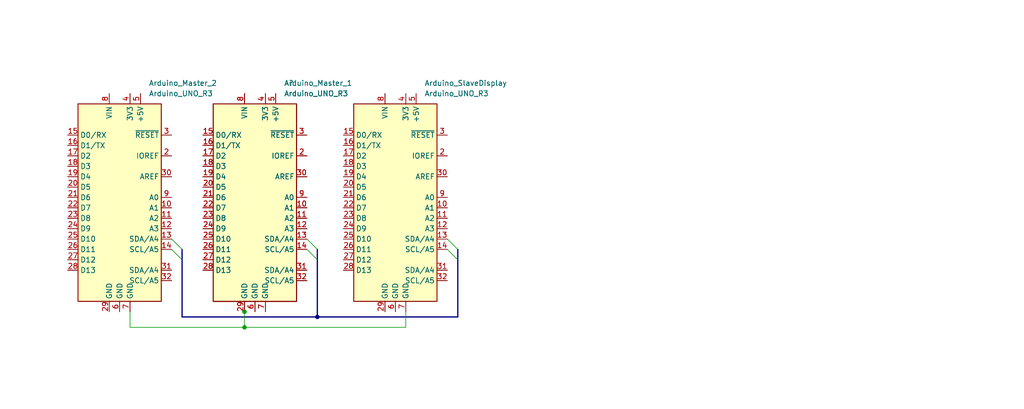
<source format=kicad_sch>
(kicad_sch (version 20211123) (generator eeschema)
  (paper "User" 250.012 99.9998)
  (lib_symbols
    (symbol "MCU_Module:Arduino_UNO_R3"
      (property "Reference" "A" (at -10.16 23.495 0))
      (property "Value" "Arduino_UNO_R3" (at 5.08 -26.67 0))
      (symbol "Arduino_UNO_R3_0_1"
        (rectangle (start -10.16 22.86) (end 10.16 -25.4) (stroke (width 0.254)) (fill (type background)))
      )
      (symbol "Arduino_UNO_R3_1_1"
        (pin no_connect line (at -10.16 -20.32 0) (length 2.54) hide (name "NC") (number "1"))
        (pin bidirectional line (at 12.7 -2.54 180) (length 2.54) (name "A1") (number "10"))
        (pin bidirectional line (at 12.7 -5.08 180) (length 2.54) (name "A2") (number "11"))
        (pin bidirectional line (at 12.7 -7.62 180) (length 2.54) (name "A3") (number "12"))
        (pin bidirectional line (at 12.7 -10.16 180) (length 2.54) (name "SDA/A4") (number "13"))
        (pin bidirectional line (at 12.7 -12.7 180) (length 2.54) (name "SCL/A5") (number "14"))
        (pin bidirectional line (at -12.7 15.24 0) (length 2.54) (name "D0/RX") (number "15"))
        (pin bidirectional line (at -12.7 12.7 0) (length 2.54) (name "D1/TX") (number "16"))
        (pin bidirectional line (at -12.7 10.16 0) (length 2.54) (name "D2") (number "17"))
        (pin bidirectional line (at -12.7 7.62 0) (length 2.54) (name "D3") (number "18"))
        (pin bidirectional line (at -12.7 5.08 0) (length 2.54) (name "D4") (number "19"))
        (pin output line (at 12.7 10.16 180) (length 2.54) (name "IOREF") (number "2"))
        (pin bidirectional line (at -12.7 2.54 0) (length 2.54) (name "D5") (number "20"))
        (pin bidirectional line (at -12.7 0 0) (length 2.54) (name "D6") (number "21"))
        (pin bidirectional line (at -12.7 -2.54 0) (length 2.54) (name "D7") (number "22"))
        (pin bidirectional line (at -12.7 -5.08 0) (length 2.54) (name "D8") (number "23"))
        (pin bidirectional line (at -12.7 -7.62 0) (length 2.54) (name "D9") (number "24"))
        (pin bidirectional line (at -12.7 -10.16 0) (length 2.54) (name "D10") (number "25"))
        (pin bidirectional line (at -12.7 -12.7 0) (length 2.54) (name "D11") (number "26"))
        (pin bidirectional line (at -12.7 -15.24 0) (length 2.54) (name "D12") (number "27"))
        (pin bidirectional line (at -12.7 -17.78 0) (length 2.54) (name "D13") (number "28"))
        (pin power_in line (at -2.54 -27.94 90) (length 2.54) (name "GND") (number "29"))
        (pin input line (at 12.7 15.24 180) (length 2.54) (name "~{RESET}") (number "3"))
        (pin input line (at 12.7 5.08 180) (length 2.54) (name "AREF") (number "30"))
        (pin bidirectional line (at 12.7 -17.78 180) (length 2.54) (name "SDA/A4") (number "31"))
        (pin bidirectional line (at 12.7 -20.32 180) (length 2.54) (name "SCL/A5") (number "32"))
        (pin power_out line (at 2.54 25.4 270) (length 2.54) (name "3V3") (number "4"))
        (pin power_out line (at 5.08 25.4 270) (length 2.54) (name "+5V") (number "5"))
        (pin power_in line (at 0 -27.94 90) (length 2.54) (name "GND") (number "6"))
        (pin power_in line (at 2.54 -27.94 90) (length 2.54) (name "GND") (number "7"))
        (pin power_in line (at -2.54 25.4 270) (length 2.54) (name "VIN") (number "8"))
        (pin bidirectional line (at 12.7 0 180) (length 2.54) (name "A0") (number "9"))
      )
    )
  )
  (junction (at 59.69 76.2))
  (junction (at 59.69 80.01))
  (junction (at 77.47 77.47))
  (bus_entry (at 74.93 60.96) (size 2.54 2.54))
  (bus_entry (at 109.22 58.42) (size 2.54 2.54))
  (bus_entry (at 41.91 60.96) (size 2.54 2.54))
  (bus_entry (at 74.93 58.42) (size 2.54 2.54))
  (bus_entry (at 41.91 58.42) (size 2.54 2.54))
  (bus_entry (at 109.22 60.96) (size 2.54 2.54))
  (bus (pts (xy 44.45 63.5) (xy 44.45 77.47)))
  (bus (pts (xy 111.76 63.5) (xy 111.76 77.47)))
  (wire (pts (xy 31.75 80.01) (xy 59.69 80.01)))
  (bus (pts (xy 77.47 63.5) (xy 77.47 77.47)))
  (wire (pts (xy 31.75 76.2) (xy 31.75 80.01)))
  (bus (pts (xy 111.76 77.47) (xy 77.47 77.47)))
  (wire (pts (xy 59.69 76.2) (xy 59.69 80.01)))
  (bus (pts (xy 77.47 60.96) (xy 77.47 63.5)))
  (bus (pts (xy 44.45 60.96) (xy 44.45 63.5)))
  (bus (pts (xy 77.47 77.47) (xy 44.45 77.47)))
  (wire (pts (xy 99.06 80.01) (xy 99.06 76.2)))
  (bus (pts (xy 111.76 60.96) (xy 111.76 63.5)))
  (wire (pts (xy 59.69 80.01) (xy 99.06 80.01)))
  (symbol (lib_id "MCU_Module:Arduino_UNO_R3") (at 62.23 48.26 0) (unit 1)
    (property "Reference" "A?" (at 69.3294 20.32 0) (effects (justify left)))
    (property "Value" "Arduino_UNO_R3" (at 69.3294 22.86 0) (effects (justify left)))
    (property "Footprint" "Module:Arduino_UNO_R3" (effects hide))
    (property "Datasheet" "https://www.arduino.cc/en/Main/arduinoBoardUno" (effects hide))
  )
  (symbol (lib_id "MCU_Module:Arduino_UNO_R3") (at 96.52 48.26 0) (unit 1)
    (property "Reference" "Arduino_SlaveDisplay" (at 103.6194 20.32 0) (effects (justify left)))
    (property "Value" "Arduino_UNO_R3" (at 103.6194 22.86 0) (effects (justify left)))
    (property "Footprint" "Module:Arduino_UNO_R3" (effects hide))
    (property "Datasheet" "https://www.arduino.cc/en/Main/arduinoBoardUno" (effects hide))
  )
  (symbol (lib_id "MCU_Module:Arduino_UNO_R3") (at 29.21 48.26 0) (unit 1)
    (property "Reference" "Arduino_Master_2" (at 36.3094 20.32 0) (effects (justify left)))
    (property "Value" "Arduino_UNO_R3" (at 36.3094 22.86 0) (effects (justify left)))
    (property "Footprint" "Module:Arduino_UNO_R3" (effects hide))
    (property "Datasheet" "https://www.arduino.cc/en/Main/arduinoBoardUno" (effects hide))
  )
  (symbol (lib_id "MCU_Module:Arduino_UNO_R3") (at 62.23 48.26 0) (unit 1)
    (property "Reference" "Arduino_Master_1" (at 69.3294 20.32 0) (effects (justify left)))
    (property "Value" "Arduino_UNO_R3" (at 69.3294 22.86 0) (effects (justify left)))
    (property "Footprint" "Module:Arduino_UNO_R3" (effects hide))
    (property "Datasheet" "https://www.arduino.cc/en/Main/arduinoBoardUno" (effects hide))
  )
)
</source>
